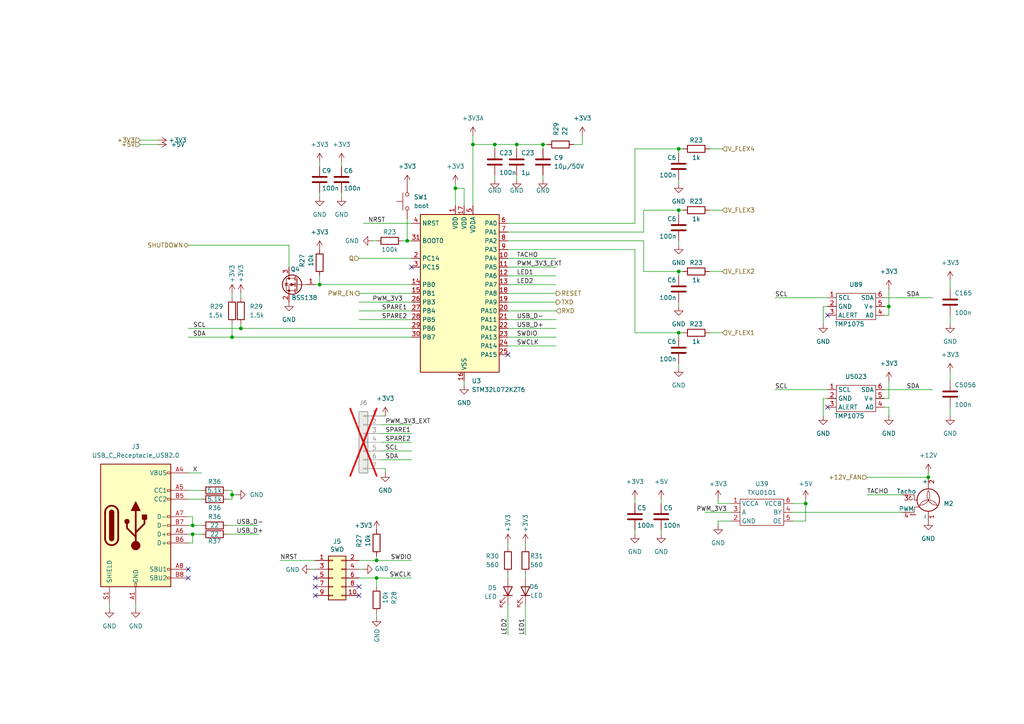
<source format=kicad_sch>
(kicad_sch (version 20231120) (generator "eeschema") (generator_version "8.0")
  (paper "A4")
  (lib_symbols
    (symbol "+3V3_1" (power) (pin_numbers hide) (pin_names (offset 0) hide)
      (property "Value" "+3V3" (at 0 3.556 0))
      (symbol "+3V3_1_1_1"
        (pin power_in line (at 0 0 90) (length 0) (name "~") (number "1"))
      )
    )
    (symbol "+3V3_2" (power) (pin_numbers hide) (pin_names (offset 0) hide)
      (property "Value" "+3V3" (at 0 3.556 0))
      (symbol "+3V3_2_1_1"
        (pin power_in line (at 0 0 90) (length 0) (name "~") (number "1"))
      )
    )
    (symbol "Connector:USB_C_Receptacle_USB2.0" (pin_names (offset 1.016))
      (property "Reference" "J" (at -10.16 19.05 0))
      (property "Value" "USB_C_Receptacle_USB2.0" (at 19.05 19.05 0))
      (symbol "USB_C_Receptacle_USB2.0_1_1"
        (pin passive line (at 0 -22.86 90) (length 5.08) (name "GND") (number "A1"))
        (pin passive line (at 0 -22.86 90) (length 5.08) hide (name "GND") (number "A12"))
        (pin passive line (at 15.24 15.24 180) (length 5.08) (name "VBUS") (number "A4"))
        (pin bidirectional line (at 15.24 10.16 180) (length 5.08) (name "CC1") (number "A5"))
        (pin bidirectional line (at 15.24 -2.54 180) (length 5.08) (name "D+") (number "A6"))
        (pin bidirectional line (at 15.24 2.54 180) (length 5.08) (name "D-") (number "A7"))
        (pin bidirectional line (at 15.24 -12.7 180) (length 5.08) (name "SBU1") (number "A8"))
        (pin passive line (at 15.24 15.24 180) (length 5.08) hide (name "VBUS") (number "A9"))
        (pin passive line (at 0 -22.86 90) (length 5.08) hide (name "GND") (number "B1"))
        (pin passive line (at 0 -22.86 90) (length 5.08) hide (name "GND") (number "B12"))
        (pin passive line (at 15.24 15.24 180) (length 5.08) hide (name "VBUS") (number "B4"))
        (pin bidirectional line (at 15.24 7.62 180) (length 5.08) (name "CC2") (number "B5"))
        (pin bidirectional line (at 15.24 -5.08 180) (length 5.08) (name "D+") (number "B6"))
        (pin bidirectional line (at 15.24 0 180) (length 5.08) (name "D-") (number "B7"))
        (pin bidirectional line (at 15.24 -15.24 180) (length 5.08) (name "SBU2") (number "B8"))
        (pin passive line (at 15.24 15.24 180) (length 5.08) hide (name "VBUS") (number "B9"))
        (pin passive line (at -7.62 -22.86 90) (length 5.08) (name "SHIELD") (number "S1"))
      )
    )
    (symbol "Connector_Generic:Conn_01x07" (pin_names (offset 1.016) hide)
      (property "Reference" "J" (at 0 10.16 0))
      (property "Value" "Conn_01x07" (at 0 -10.16 0))
      (symbol "Conn_01x07_1_1"
        (pin passive line (at -5.08 7.62 0) (length 3.81) (name "Pin_1") (number "1"))
        (pin passive line (at -5.08 5.08 0) (length 3.81) (name "Pin_2") (number "2"))
        (pin passive line (at -5.08 2.54 0) (length 3.81) (name "Pin_3") (number "3"))
        (pin passive line (at -5.08 0 0) (length 3.81) (name "Pin_4") (number "4"))
        (pin passive line (at -5.08 -2.54 0) (length 3.81) (name "Pin_5") (number "5"))
        (pin passive line (at -5.08 -5.08 0) (length 3.81) (name "Pin_6") (number "6"))
        (pin passive line (at -5.08 -7.62 0) (length 3.81) (name "Pin_7") (number "7"))
      )
    )
    (symbol "Device:C" (pin_numbers hide) (pin_names (offset 0.254))
      (property "Reference" "C" (at 0.635 2.54 0))
      (property "Value" "C" (at 0.635 -2.54 0))
      (symbol "C_1_1"
        (pin passive line (at 0 3.81 270) (length 2.794) (name "~") (number "1"))
        (pin passive line (at 0 -3.81 90) (length 2.794) (name "~") (number "2"))
      )
    )
    (symbol "Device:LED" (pin_numbers hide) (pin_names (offset 1.016) hide)
      (property "Reference" "D" (at 0 2.54 0))
      (property "Value" "LED" (at 0 -2.54 0))
      (symbol "LED_1_1"
        (pin passive line (at -3.81 0 0) (length 2.54) (name "K") (number "1"))
        (pin passive line (at 3.81 0 180) (length 2.54) (name "A") (number "2"))
      )
    )
    (symbol "Device:R" (pin_numbers hide) (pin_names (offset 0))
      (property "Reference" "R" (at 2.032 0 90))
      (property "Value" "R" (at 0 0 90))
      (symbol "R_1_1"
        (pin passive line (at 0 3.81 270) (length 1.27) (name "~") (number "1"))
        (pin passive line (at 0 -3.81 90) (length 1.27) (name "~") (number "2"))
      )
    )
    (symbol "GND_1" (power) (pin_names (offset 0))
      (property "Value" "GND_1" (at 0 -3.81 0))
      (symbol "GND_1_1_1"
        (pin power_in line (at 0 0 270) (length 0) hide (name "GND") (number "1"))
      )
    )
    (symbol "GND_2" (power) (pin_numbers hide) (pin_names (offset 0) hide)
      (property "Value" "GND" (at 0 -3.81 0))
      (symbol "GND_2_1_1"
        (pin power_in line (at 0 0 270) (length 0) (name "~") (number "1"))
      )
    )
    (symbol "GND_3" (power) (pin_numbers hide) (pin_names (offset 0) hide)
      (property "Value" "GND" (at 0 -3.81 0))
      (symbol "GND_3_1_1"
        (pin power_in line (at 0 0 270) (length 0) (name "~") (number "1"))
      )
    )
    (symbol "MCU_ST_STM32L0:STM32L052K6Tx"
      (property "Reference" "U" (at -10.16 24.13 0))
      (property "Value" "STM32L052K6Tx" (at 7.62 24.13 0))
      (symbol "STM32L052K6Tx_1_1"
        (pin power_in line (at 0 25.4 270) (length 2.54) (name "VDD") (number "1"))
        (pin bidirectional line (at 15.24 10.16 180) (length 2.54) (name "PA4") (number "10"))
        (pin bidirectional line (at 15.24 7.62 180) (length 2.54) (name "PA5") (number "11"))
        (pin bidirectional line (at 15.24 5.08 180) (length 2.54) (name "PA6") (number "12"))
        (pin bidirectional line (at 15.24 2.54 180) (length 2.54) (name "PA7") (number "13"))
        (pin bidirectional line (at -12.7 2.54 0) (length 2.54) (name "PB0") (number "14"))
        (pin bidirectional line (at -12.7 0 0) (length 2.54) (name "PB1") (number "15"))
        (pin power_in line (at 2.54 -25.4 90) (length 2.54) (name "VSS") (number "16"))
        (pin power_in line (at 2.54 25.4 270) (length 2.54) (name "VDD") (number "17"))
        (pin bidirectional line (at 15.24 0 180) (length 2.54) (name "PA8") (number "18"))
        (pin bidirectional line (at 15.24 -2.54 180) (length 2.54) (name "PA9") (number "19"))
        (pin bidirectional line (at -12.7 10.16 0) (length 2.54) (name "PC14") (number "2"))
        (pin bidirectional line (at 15.24 -5.08 180) (length 2.54) (name "PA10") (number "20"))
        (pin bidirectional line (at 15.24 -7.62 180) (length 2.54) (name "PA11") (number "21"))
        (pin bidirectional line (at 15.24 -10.16 180) (length 2.54) (name "PA12") (number "22"))
        (pin bidirectional line (at 15.24 -12.7 180) (length 2.54) (name "PA13") (number "23"))
        (pin bidirectional line (at 15.24 -15.24 180) (length 2.54) (name "PA14") (number "24"))
        (pin bidirectional line (at 15.24 -17.78 180) (length 2.54) (name "PA15") (number "25"))
        (pin bidirectional line (at -12.7 -2.54 0) (length 2.54) (name "PB3") (number "26"))
        (pin bidirectional line (at -12.7 -5.08 0) (length 2.54) (name "PB4") (number "27"))
        (pin bidirectional line (at -12.7 -7.62 0) (length 2.54) (name "PB5") (number "28"))
        (pin bidirectional line (at -12.7 -10.16 0) (length 2.54) (name "PB6") (number "29"))
        (pin bidirectional line (at -12.7 7.62 0) (length 2.54) (name "PC15") (number "3"))
        (pin bidirectional line (at -12.7 -12.7 0) (length 2.54) (name "PB7") (number "30"))
        (pin input line (at -12.7 15.24 0) (length 2.54) (name "BOOT0") (number "31"))
        (pin passive line (at 2.54 -25.4 90) (length 2.54) hide (name "VSS") (number "32"))
        (pin input line (at -12.7 20.32 0) (length 2.54) (name "NRST") (number "4"))
        (pin power_in line (at 5.08 25.4 270) (length 2.54) (name "VDDA") (number "5"))
        (pin bidirectional line (at 15.24 20.32 180) (length 2.54) (name "PA0") (number "6"))
        (pin bidirectional line (at 15.24 17.78 180) (length 2.54) (name "PA1") (number "7"))
        (pin bidirectional line (at 15.24 15.24 180) (length 2.54) (name "PA2") (number "8"))
        (pin bidirectional line (at 15.24 12.7 180) (length 2.54) (name "PA3") (number "9"))
      )
    )
    (symbol "Motor:Fan_4pin" (pin_names (offset 0))
      (property "Reference" "M" (at 2.54 5.08 0))
      (property "Value" "Fan_4pin" (at 2.54 -2.54 0))
      (symbol "Fan_4pin_1_1"
        (pin passive line (at 0 -5.08 90) (length 2.54) (name "-") (number "1"))
        (pin passive line (at 0 7.62 270) (length 2.54) (name "+") (number "2"))
        (pin passive line (at -7.62 2.54 0) (length 2.54) (name "Tacho") (number "3"))
        (pin input line (at -7.62 -2.54 0) (length 2.54) (name "PWM") (number "4"))
      )
    )
    (symbol "Switch:SW_Push" (pin_numbers hide) (pin_names (offset 1.016) hide)
      (property "Reference" "SW" (at 1.27 2.54 0))
      (property "Value" "SW_Push" (at 0 -1.524 0))
      (symbol "SW_Push_0_1"
        (pin passive line (at -5.08 0 0) (length 2.54) (name "1") (number "1"))
        (pin passive line (at 5.08 0 180) (length 2.54) (name "2") (number "2"))
      )
    )
    (symbol "Transistor_FET:BSS138" (pin_names hide)
      (property "Reference" "Q" (at 5.08 1.905 0))
      (property "Value" "BSS138" (at 5.08 0 0))
      (symbol "BSS138_1_1"
        (pin input line (at -5.08 0 0) (length 2.54) (name "G") (number "1"))
        (pin passive line (at 2.54 -5.08 90) (length 2.54) (name "S") (number "2"))
        (pin passive line (at 2.54 5.08 270) (length 2.54) (name "D") (number "3"))
      )
    )
    (symbol "clock-rescue:R" (pin_numbers hide) (pin_names (offset 0))
      (property "Reference" "R" (at 2.032 0 90))
      (property "Value" "R" (at 0 0 90))
      (symbol "R_1_1"
        (pin passive line (at 0 3.81 270) (length 1.27) (name "~") (number "1"))
        (pin passive line (at 0 -3.81 90) (length 1.27) (name "~") (number "2"))
      )
    )
    (symbol "dwc-hat-rescue:+3V3-power" (power) (pin_names (offset 0))
      (property "Value" "+3V3-power" (at 0 3.556 0))
      (symbol "+3V3-power_1_1"
        (pin power_in line (at 0 0 90) (length 0) hide (name "+3V3") (number "1"))
      )
    )
    (symbol "dwc-hat-rescue:Conn_02x05_Odd_Even-Connector_Generic" (pin_names (offset 1.016) hide)
      (property "Reference" "J" (at 1.27 7.62 0))
      (property "Value" "Connector_Generic_Conn_02x05_Odd_Even" (at 1.27 -7.62 0))
      (symbol "Conn_02x05_Odd_Even-Connector_Generic_1_1"
        (pin passive line (at -5.08 5.08 0) (length 3.81) (name "Pin_1") (number "1"))
        (pin passive line (at 7.62 -5.08 180) (length 3.81) (name "Pin_10") (number "10"))
        (pin passive line (at 7.62 5.08 180) (length 3.81) (name "Pin_2") (number "2"))
        (pin passive line (at -5.08 2.54 0) (length 3.81) (name "Pin_3") (number "3"))
        (pin passive line (at 7.62 2.54 180) (length 3.81) (name "Pin_4") (number "4"))
        (pin passive line (at -5.08 0 0) (length 3.81) (name "Pin_5") (number "5"))
        (pin passive line (at 7.62 0 180) (length 3.81) (name "Pin_6") (number "6"))
        (pin passive line (at -5.08 -2.54 0) (length 3.81) (name "Pin_7") (number "7"))
        (pin passive line (at 7.62 -2.54 180) (length 3.81) (name "Pin_8") (number "8"))
        (pin passive line (at -5.08 -5.08 0) (length 3.81) (name "Pin_9") (number "9"))
      )
    )
    (symbol "dwc-hat-rescue:GND-power" (power) (pin_names (offset 0))
      (property "Value" "GND-power" (at 0 -3.81 0))
      (symbol "GND-power_1_1"
        (pin power_in line (at 0 0 270) (length 0) hide (name "GND") (number "1"))
      )
    )
    (symbol "dwc-hat-rescue:R-Device" (pin_numbers hide) (pin_names (offset 0))
      (property "Reference" "R" (at 2.032 0 90))
      (property "Value" "Device_R" (at 0 0 90))
      (symbol "R-Device_1_1"
        (pin passive line (at 0 3.81 270) (length 1.27) (name "~") (number "1"))
        (pin passive line (at 0 -3.81 90) (length 1.27) (name "~") (number "2"))
      )
    )
    (symbol "mylib7:+3V3A" (power) (pin_names (offset 0))
      (property "Value" "+3V3A" (at 0 3.556 0))
      (symbol "+3V3A_1_1"
        (pin power_in line (at 0 0 90) (length 0) hide (name "+3V3A") (number "1"))
      )
    )
    (symbol "mylib7:TMP1075-DRL-SOT563"
      (property "Reference" "U" (at -5.08 5.08 0))
      (symbol "TMP1075-DRL-SOT563_1_1"
        (pin open_collector line (at -8.89 2.54 0) (length 2.54) (name "SCL") (number "1"))
        (pin power_in line (at -8.89 0 0) (length 2.54) (name "GND") (number "2"))
        (pin open_collector line (at -8.89 -2.54 0) (length 2.54) (name "ALERT") (number "3"))
        (pin input line (at 7.62 -2.54 180) (length 2.54) (name "A0") (number "4"))
        (pin power_in line (at 7.62 0 180) (length 2.54) (name "V+") (number "5"))
        (pin open_collector line (at 7.62 2.54 180) (length 2.54) (name "SDA") (number "6"))
      )
    )
    (symbol "mylib7:TXU0101DCK"
      (property "Reference" "U" (at -5.08 5.08 0))
      (property "Value" "TXU0101" (at -1.27 -5.08 0))
      (symbol "TXU0101DCK_1_1"
        (pin power_in line (at -8.89 2.54 0) (length 2.54) (name "VCCA") (number "1"))
        (pin power_in line (at -8.89 -2.54 0) (length 2.54) (name "GND") (number "2"))
        (pin input line (at -8.89 0 0) (length 2.54) (name "A") (number "3"))
        (pin output line (at 8.89 0 180) (length 2.54) (name "BY") (number "4"))
        (pin input line (at 8.89 -2.54 180) (length 2.54) (name "OE") (number "5"))
        (pin power_in line (at 8.89 2.54 180) (length 2.54) (name "VCCB") (number "6"))
      )
    )
    (symbol "power:+12V" (power) (pin_numbers hide) (pin_names (offset 0) hide)
      (property "Value" "+12V" (at 0 3.556 0))
      (symbol "+12V_1_1"
        (pin power_in line (at 0 0 90) (length 0) (name "~") (number "1"))
      )
    )
    (symbol "power:+3V3" (power) (pin_names (offset 0))
      (property "Value" "+3V3" (at 0 3.556 0))
      (symbol "+3V3_1_1"
        (pin power_in line (at 0 0 90) (length 0) hide (name "+3V3") (number "1"))
      )
    )
    (symbol "power:+5V" (power) (pin_names (offset 0))
      (property "Value" "+5V" (at 0 3.556 0))
      (symbol "+5V_1_1"
        (pin power_in line (at 0 0 90) (length 0) hide (name "+5V") (number "1"))
      )
    )
    (symbol "power:GND" (power) (pin_names (offset 0))
      (property "Value" "GND" (at 0 -3.81 0))
      (symbol "GND_1_1"
        (pin power_in line (at 0 0 270) (length 0) hide (name "GND") (number "1"))
      )
    )
    (symbol "vfd1-rescue:C" (pin_numbers hide) (pin_names (offset 0.254))
      (property "Reference" "C" (at 0.635 2.54 0))
      (property "Value" "C" (at 0.635 -2.54 0))
      (symbol "C_1_1"
        (pin passive line (at 0 3.81 270) (length 2.794) (name "~") (number "1"))
        (pin passive line (at 0 -3.81 90) (length 2.794) (name "~") (number "2"))
      )
    )
  )
  (junction (at 92.71 82.55))
  (junction (at 196.85 78.74))
  (junction (at 269.24 138.43))
  (junction (at 55.88 152.4))
  (junction (at 69.85 95.25))
  (junction (at 196.85 43.18))
  (junction (at 149.86 41.91))
  (junction (at 55.88 154.94))
  (junction (at 137.16 41.91))
  (junction (at 257.81 88.9))
  (junction (at 233.68 146.05))
  (junction (at 196.85 96.52))
  (junction (at 143.51 41.91))
  (junction (at 109.22 162.56))
  (junction (at 157.48 41.91))
  (junction (at 109.22 167.64))
  (junction (at 132.08 54.61))
  (junction (at 196.85 60.96))
  (junction (at 67.31 97.79))
  (junction (at 67.31 143.51))
  (junction (at 118.11 69.85))
  (no_connect (at 54.61 167.64))
  (no_connect (at 91.44 172.72))
  (no_connect (at 240.03 91.44))
  (no_connect (at 119.38 77.47))
  (no_connect (at 91.44 170.18))
  (no_connect (at 104.14 172.72))
  (no_connect (at 240.03 118.11))
  (no_connect (at 104.14 170.18))
  (no_connect (at 54.61 165.1))
  (no_connect (at 91.44 167.64))
  (no_connect (at 147.32 102.87))
  (wire (pts (xy 137.16 41.91) (xy 137.16 59.69)))
  (wire (pts (xy 229.87 146.05) (xy 233.68 146.05)))
  (wire (pts (xy 257.81 88.9) (xy 257.81 91.44)))
  (wire (pts (xy 238.76 115.57) (xy 238.76 120.65)))
  (wire (pts (xy 69.85 93.98) (xy 69.85 95.25)))
  (wire (pts (xy 191.77 153.67) (xy 191.77 154.94)))
  (wire (pts (xy 116.84 69.85) (xy 118.11 69.85)))
  (wire (pts (xy 54.61 144.78) (xy 58.42 144.78)))
  (wire (pts (xy 66.04 142.24) (xy 67.31 142.24)))
  (wire (pts (xy 184.15 43.18) (xy 184.15 64.77)))
  (wire (pts (xy 191.77 144.78) (xy 191.77 146.05)))
  (wire (pts (xy 110.49 133.35) (xy 119.38 133.35)))
  (wire (pts (xy 275.59 118.11) (xy 275.59 120.65)))
  (wire (pts (xy 147.32 74.93) (xy 161.29 74.93)))
  (wire (pts (xy 92.71 82.55) (xy 119.38 82.55)))
  (wire (pts (xy 184.15 72.39) (xy 184.15 96.52)))
  (wire (pts (xy 196.85 43.18) (xy 196.85 44.45)))
  (wire (pts (xy 208.28 151.13) (xy 212.09 151.13)))
  (wire (pts (xy 132.08 53.34) (xy 132.08 54.61)))
  (wire (pts (xy 157.48 41.91) (xy 157.48 43.18)))
  (wire (pts (xy 233.68 151.13) (xy 233.68 146.05)))
  (wire (pts (xy 269.24 137.16) (xy 269.24 138.43)))
  (wire (pts (xy 186.69 60.96) (xy 186.69 67.31)))
  (wire (pts (xy 147.32 85.09) (xy 161.29 85.09)))
  (wire (pts (xy 105.41 165.1) (xy 104.14 165.1)))
  (wire (pts (xy 118.11 69.85) (xy 119.38 69.85)))
  (wire (pts (xy 67.31 144.78) (xy 66.04 144.78)))
  (wire (pts (xy 147.32 95.25) (xy 161.29 95.25)))
  (wire (pts (xy 104.14 85.09) (xy 119.38 85.09)))
  (wire (pts (xy 55.88 152.4) (xy 58.42 152.4)))
  (wire (pts (xy 147.32 97.79) (xy 161.29 97.79)))
  (wire (pts (xy 104.14 90.17) (xy 119.38 90.17)))
  (wire (pts (xy 205.74 78.74) (xy 209.55 78.74)))
  (wire (pts (xy 256.54 86.36) (xy 270.51 86.36)))
  (wire (pts (xy 81.28 162.56) (xy 91.44 162.56)))
  (wire (pts (xy 149.86 41.91) (xy 157.48 41.91)))
  (wire (pts (xy 107.95 69.85) (xy 109.22 69.85)))
  (wire (pts (xy 147.32 92.71) (xy 161.29 92.71)))
  (wire (pts (xy 134.62 110.49) (xy 134.62 111.76)))
  (wire (pts (xy 109.22 162.56) (xy 104.14 162.56)))
  (wire (pts (xy 147.32 64.77) (xy 184.15 64.77)))
  (wire (pts (xy 224.79 86.36) (xy 240.03 86.36)))
  (wire (pts (xy 67.31 93.98) (xy 67.31 97.79)))
  (wire (pts (xy 31.75 175.26) (xy 31.75 176.53)))
  (wire (pts (xy 196.85 87.63) (xy 196.85 88.9)))
  (wire (pts (xy 109.22 161.29) (xy 109.22 162.56)))
  (wire (pts (xy 147.32 80.01) (xy 161.29 80.01)))
  (wire (pts (xy 55.88 149.86) (xy 55.88 152.4)))
  (wire (pts (xy 256.54 88.9) (xy 257.81 88.9)))
  (wire (pts (xy 147.32 157.48) (xy 147.32 158.75)))
  (wire (pts (xy 205.74 96.52) (xy 209.55 96.52)))
  (wire (pts (xy 104.14 87.63) (xy 119.38 87.63)))
  (wire (pts (xy 257.81 88.9) (xy 257.81 83.82)))
  (wire (pts (xy 257.81 115.57) (xy 257.81 110.49)))
  (wire (pts (xy 198.12 60.96) (xy 196.85 60.96)))
  (wire (pts (xy 92.71 80.01) (xy 92.71 82.55)))
  (wire (pts (xy 67.31 85.09) (xy 67.31 86.36)))
  (wire (pts (xy 275.59 107.95) (xy 275.59 110.49)))
  (wire (pts (xy 238.76 88.9) (xy 238.76 93.98)))
  (wire (pts (xy 149.86 50.8) (xy 149.86 52.07)))
  (wire (pts (xy 147.32 72.39) (xy 184.15 72.39)))
  (wire (pts (xy 147.32 175.26) (xy 147.32 184.15)))
  (wire (pts (xy 69.85 85.09) (xy 69.85 86.36)))
  (wire (pts (xy 92.71 46.99) (xy 92.71 48.26)))
  (wire (pts (xy 152.4 166.37) (xy 152.4 167.64)))
  (wire (pts (xy 39.37 175.26) (xy 39.37 176.53)))
  (wire (pts (xy 186.69 78.74) (xy 196.85 78.74)))
  (wire (pts (xy 143.51 50.8) (xy 143.51 52.07)))
  (wire (pts (xy 92.71 55.88) (xy 92.71 57.15)))
  (wire (pts (xy 99.06 55.88) (xy 99.06 57.15)))
  (wire (pts (xy 147.32 77.47) (xy 161.29 77.47)))
  (wire (pts (xy 196.85 78.74) (xy 196.85 80.01)))
  (wire (pts (xy 105.41 64.77) (xy 119.38 64.77)))
  (wire (pts (xy 198.12 78.74) (xy 196.85 78.74)))
  (wire (pts (xy 149.86 41.91) (xy 149.86 43.18)))
  (wire (pts (xy 186.69 60.96) (xy 196.85 60.96)))
  (wire (pts (xy 119.38 167.64) (xy 109.22 167.64)))
  (wire (pts (xy 143.51 41.91) (xy 143.51 43.18)))
  (wire (pts (xy 157.48 50.8) (xy 157.48 52.07)))
  (wire (pts (xy 198.12 96.52) (xy 196.85 96.52)))
  (wire (pts (xy 67.31 97.79) (xy 119.38 97.79)))
  (wire (pts (xy 55.88 157.48) (xy 54.61 157.48)))
  (wire (pts (xy 110.49 128.27) (xy 119.38 128.27)))
  (wire (pts (xy 66.04 154.94) (xy 74.93 154.94)))
  (wire (pts (xy 109.22 167.64) (xy 104.14 167.64)))
  (wire (pts (xy 109.22 177.8) (xy 109.22 179.07)))
  (wire (pts (xy 143.51 41.91) (xy 149.86 41.91)))
  (wire (pts (xy 147.32 67.31) (xy 186.69 67.31)))
  (wire (pts (xy 110.49 125.73) (xy 119.38 125.73)))
  (wire (pts (xy 134.62 54.61) (xy 132.08 54.61)))
  (wire (pts (xy 257.81 118.11) (xy 257.81 120.65)))
  (wire (pts (xy 147.32 166.37) (xy 147.32 167.64)))
  (wire (pts (xy 111.76 135.89) (xy 111.76 137.16)))
  (wire (pts (xy 196.85 96.52) (xy 196.85 97.79)))
  (wire (pts (xy 147.32 82.55) (xy 161.29 82.55)))
  (wire (pts (xy 137.16 41.91) (xy 143.51 41.91)))
  (wire (pts (xy 275.59 91.44) (xy 275.59 93.98)))
  (wire (pts (xy 184.15 43.18) (xy 196.85 43.18)))
  (wire (pts (xy 196.85 52.07) (xy 196.85 53.34)))
  (wire (pts (xy 69.85 95.25) (xy 119.38 95.25)))
  (wire (pts (xy 186.69 69.85) (xy 186.69 78.74)))
  (wire (pts (xy 99.06 46.99) (xy 99.06 48.26)))
  (wire (pts (xy 184.15 144.78) (xy 184.15 146.05)))
  (wire (pts (xy 104.14 74.93) (xy 119.38 74.93)))
  (wire (pts (xy 40.64 41.91) (xy 45.72 41.91)))
  (wire (pts (xy 198.12 43.18) (xy 196.85 43.18)))
  (wire (pts (xy 251.46 138.43) (xy 269.24 138.43)))
  (wire (pts (xy 229.87 151.13) (xy 233.68 151.13)))
  (wire (pts (xy 240.03 88.9) (xy 238.76 88.9)))
  (wire (pts (xy 118.11 63.5) (xy 118.11 69.85)))
  (wire (pts (xy 54.61 97.79) (xy 67.31 97.79)))
  (wire (pts (xy 224.79 113.03) (xy 240.03 113.03)))
  (wire (pts (xy 55.88 152.4) (xy 54.61 152.4)))
  (wire (pts (xy 134.62 54.61) (xy 134.62 59.69)))
  (wire (pts (xy 257.81 118.11) (xy 256.54 118.11)))
  (wire (pts (xy 196.85 105.41) (xy 196.85 106.68)))
  (wire (pts (xy 54.61 95.25) (xy 69.85 95.25)))
  (wire (pts (xy 196.85 69.85) (xy 196.85 71.12)))
  (wire (pts (xy 152.4 175.26) (xy 152.4 184.15)))
  (wire (pts (xy 67.31 143.51) (xy 67.31 144.78)))
  (wire (pts (xy 54.61 149.86) (xy 55.88 149.86)))
  (wire (pts (xy 147.32 90.17) (xy 161.29 90.17)))
  (wire (pts (xy 109.22 170.18) (xy 109.22 167.64)))
  (wire (pts (xy 257.81 91.44) (xy 256.54 91.44)))
  (wire (pts (xy 147.32 69.85) (xy 186.69 69.85)))
  (wire (pts (xy 208.28 144.78) (xy 208.28 146.05)))
  (wire (pts (xy 40.64 40.64) (xy 45.72 40.64)))
  (wire (pts (xy 110.49 130.81) (xy 119.38 130.81)))
  (wire (pts (xy 205.74 43.18) (xy 209.55 43.18)))
  (wire (pts (xy 110.49 135.89) (xy 111.76 135.89)))
  (wire (pts (xy 55.88 154.94) (xy 55.88 157.48)))
  (wire (pts (xy 168.91 39.37) (xy 168.91 41.91)))
  (wire (pts (xy 208.28 152.4) (xy 208.28 151.13)))
  (wire (pts (xy 110.49 123.19) (xy 119.38 123.19)))
  (wire (pts (xy 67.31 142.24) (xy 67.31 143.51)))
  (wire (pts (xy 233.68 146.05) (xy 233.68 144.78)))
  (wire (pts (xy 184.15 153.67) (xy 184.15 154.94)))
  (wire (pts (xy 90.17 165.1) (xy 91.44 165.1)))
  (wire (pts (xy 147.32 100.33) (xy 161.29 100.33)))
  (wire (pts (xy 104.14 92.71) (xy 119.38 92.71)))
  (wire (pts (xy 157.48 41.91) (xy 158.75 41.91)))
  (wire (pts (xy 196.85 60.96) (xy 196.85 62.23)))
  (wire (pts (xy 256.54 115.57) (xy 257.81 115.57)))
  (wire (pts (xy 110.49 120.65) (xy 111.76 120.65)))
  (wire (pts (xy 137.16 39.37) (xy 137.16 41.91)))
  (wire (pts (xy 54.61 142.24) (xy 58.42 142.24)))
  (wire (pts (xy 204.47 148.59) (xy 212.09 148.59)))
  (wire (pts (xy 229.87 148.59) (xy 261.62 148.59)))
  (wire (pts (xy 205.74 60.96) (xy 209.55 60.96)))
  (wire (pts (xy 275.59 81.28) (xy 275.59 83.82)))
  (wire (pts (xy 256.54 113.03) (xy 270.51 113.03)))
  (wire (pts (xy 91.44 82.55) (xy 92.71 82.55)))
  (wire (pts (xy 66.04 152.4) (xy 74.93 152.4)))
  (wire (pts (xy 119.38 162.56) (xy 109.22 162.56)))
  (wire (pts (xy 54.61 154.94) (xy 55.88 154.94)))
  (wire (pts (xy 55.88 154.94) (xy 58.42 154.94)))
  (wire (pts (xy 83.82 71.12) (xy 83.82 77.47)))
  (wire (pts (xy 208.28 146.05) (xy 212.09 146.05)))
  (wire (pts (xy 54.61 137.16) (xy 58.42 137.16)))
  (wire (pts (xy 67.31 143.51) (xy 68.58 143.51)))
  (wire (pts (xy 54.61 71.12) (xy 83.82 71.12)))
  (wire (pts (xy 251.46 143.51) (xy 261.62 143.51)))
  (wire (pts (xy 168.91 41.91) (xy 166.37 41.91)))
  (wire (pts (xy 132.08 54.61) (xy 132.08 59.69)))
  (wire (pts (xy 147.32 87.63) (xy 161.29 87.63)))
  (wire (pts (xy 152.4 157.48) (xy 152.4 158.75)))
  (wire (pts (xy 184.15 96.52) (xy 196.85 96.52)))
  (wire (pts (xy 240.03 115.57) (xy 238.76 115.57)))
  (label "SWCLK" (at 119.38 167.64 180))
  (label "SWDIO" (at 119.38 162.56 180))
  (label "PWM_3V3_EXT" (at 149.86 77.47 0))
  (label "SPARE1" (at 111.76 125.73 0))
  (label "SPARE1" (at 118.11 90.17 180))
  (label "SWDIO" (at 149.86 97.79 0))
  (label "USB_D-" (at 149.86 92.71 0))
  (label "USB_D-" (at 68.58 152.4 0))
  (label "PWM_3V3" (at 116.84 87.63 180))
  (label "SWCLK" (at 149.86 100.33 0))
  (label "USB_D+" (at 68.58 154.94 0))
  (label "SDA" (at 266.7 86.36 180))
  (label "X" (at 55.88 137.16 0))
  (label "SCL" (at 224.79 113.03 0))
  (label "LED1" (at 149.86 80.01 0))
  (label "LED2" (at 147.32 184.15 90))
  (label "SDA" (at 266.7 113.03 180))
  (label "SDA" (at 111.76 133.35 0))
  (label "TACHO" (at 251.46 143.51 0))
  (label "NRST" (at 81.28 162.56 0))
  (label "LED2" (at 149.86 82.55 0))
  (label "SCL" (at 59.69 95.25 180))
  (label "SCL" (at 224.79 86.36 0))
  (label "NRST" (at 111.76 64.77 180))
  (label "SDA" (at 59.69 97.79 180))
  (label "TACHO" (at 149.86 74.93 0))
  (label "PWM_3V3_EXT" (at 111.76 123.19 0))
  (label "PWM_3V3" (at 210.82 148.59 180))
  (label "SPARE2" (at 111.76 128.27 0))
  (label "SCL" (at 111.76 130.81 0))
  (label "SPARE2" (at 118.11 92.71 180))
  (label "USB_D+" (at 149.86 95.25 0))
  (label "LED1" (at 152.4 184.15 90))
  (hierarchical_label "V_FLEX1" (shape input) (at 209.55 96.52 0))
  (hierarchical_label "+5V" (shape input) (at 40.64 41.91 180))
  (hierarchical_label "RESET" (shape output) (at 161.29 85.09 0))
  (hierarchical_label "Q" (shape input) (at 104.14 74.93 180))
  (hierarchical_label "PWR_EN" (shape output) (at 104.14 85.09 180))
  (hierarchical_label "V_FLEX4" (shape input) (at 209.55 43.18 0))
  (hierarchical_label "TXD" (shape output) (at 161.29 87.63 0))
  (hierarchical_label "V_FLEX3" (shape input) (at 209.55 60.96 0))
  (hierarchical_label "V_FLEX2" (shape input) (at 209.55 78.74 0))
  (hierarchical_label "+3V3" (shape input) (at 40.64 40.64 180))
  (hierarchical_label "RXD" (shape input) (at 161.29 90.17 0))
  (hierarchical_label "+12V_FAN" (shape input) (at 251.46 138.43 180))
  (hierarchical_label "SHUTDOWN" (shape bidirectional) (at 54.61 71.12 180))
  (symbol (lib_id "power:+3V3") (at 45.72 40.64 270) (unit 1)
    (property "Reference" "#PWR038" (effects (hide yes)))
    (property "Value" "+3V3" (at 48.895 40.64 90) (effects (justify left)))
    (instances (project "vfd-night-projector-clock" (path "" (reference "#PWR038") (unit 1))) (project "pi" (path "" (reference "#PWR020") (unit 1))) (project "8]axe" (path "" (reference "#PWR092") (unit 1))) (project "flex" (path "" (reference "#PWR020") (unit 1))))
  )
  (symbol (lib_id "power:+3V3") (at 118.11 53.34 0) (mirror y) (unit 1)
    (property "Reference" "#PWR038" (effects (hide yes)))
    (property "Value" "+3V3" (at 118.11 48.26 0))
    (instances (project "vfd-night-projector-clock" (path "" (reference "#PWR038") (unit 1))) (project "pi" (path "" (reference "#PWR020") (unit 1))) (project "eload" (path "" (reference "#PWR016") (unit 1))) (project "8]axe" (path "" (reference "#PWR0108") (unit 1))))
  )
  (symbol (lib_id "Device:C") (at 149.86 46.99 0) (unit 1)
    (property "Reference" "C23" (at 151.13 45.085 0) (effects (justify left bottom)))
    (property "Value" "1µ" (at 151.13 50.8 0) (effects (justify left bottom)))
    (property "Footprint" "Capacitor_SMD:C_0805_2012Metric" (effects (hide yes)))
    (instances (project "pi" (path "" (reference "C23") (unit 1))) (project "eload" (path "" (reference "C14") (unit 1))) (project "8]axe" (path "" (reference "C29") (unit 1))))
  )
  (symbol (lib_id "power:GND") (at 196.85 88.9 0) (unit 1)
    (property "Reference" "#PWR0124" (effects (hide yes)))
    (property "Value" "GND" (at 196.85 93.98 0))
  )
  (symbol (lib_id "clock-rescue:R") (at 62.23 154.94 270) (unit 1)
    (property "Reference" "R37" (at 62.23 156.972 90))
    (property "Value" "22" (at 62.23 154.94 90))
    (property "Footprint" "Resistor_SMD:R_0805_2012Metric" (effects (hide yes)))
    (instances (project "clockmicro" (path "" (reference "R37") (unit 1))) (project "fanpi" (path "" (reference "R20") (unit 1))) (project "vfd-night-projector-clock" (path "" (reference "R28") (unit 1))) (project "pi" (path "" (reference "R2") (unit 1))) (project "8]axe" (path "" (reference "R22") (unit 1))))
  )
  (symbol (lib_name "GND_2") (lib_id "power:GND") (at 238.76 120.65 0) (unit 1)
    (property "Reference" "#PWR0133" (effects (hide yes)))
    (property "Value" "GND" (at 238.76 125.73 0))
    (property "Description" "Power symbol creates a global label with name \"GND\" , ground" (effects (hide yes)))
  )
  (symbol (lib_id "dwc-hat-rescue:GND-power") (at 90.17 165.1 270) (unit 1)
    (property "Reference" "#PWR011" (effects (hide yes)))
    (property "Value" "GND" (at 86.9188 165.227 90) (effects (justify right)))
    (instances (project "dwc-hat" (path "" (reference "#PWR011") (unit 1))) (project "fanpi" (path "" (reference "#PWR011") (unit 1))) (project "vfd-night-projector-clock" (path "" (reference "#PWR041") (unit 1))) (project "pi" (path "" (reference "#PWR02") (unit 1))) (project "8]axe" (path "" (reference "#PWR098") (unit 1))) (project "flex" (path "" (reference "#PWR01") (unit 1))))
  )
  (symbol (lib_id "mylib7:TMP1075-DRL-SOT563") (at 248.92 88.9 0) (unit 1)
    (property "Reference" "U89" (at 248.285 82.55 0))
    (property "Value" "TMP1075" (at 246.38 93.98 0))
    (property "Footprint" "myfootprints:TMP1075-DRL" (effects (hide yes)))
    (property "Distributor" "D" (effects (hide yes)))
    (property "Manufacturer" "TMP1075NDRLR" (effects (hide yes)))
    (property "OrderNr" "296-TMP1075NDRLRCT-ND" (effects (hide yes)))
  )
  (symbol (lib_id "power:+3V3") (at 208.28 144.78 0) (unit 1)
    (property "Reference" "#PWR0204" (effects (hide yes)))
    (property "Value" "+3V3" (at 208.28 140.335 0))
    (instances (project "pi" (path "" (reference "#PWR0204") (unit 1))) (project "8]axe" (path "" (reference "#PWR0126") (unit 1))) (project "flex" (path "" (reference "#PWR03") (unit 1))))
  )
  (symbol (lib_id "power:GND") (at 196.85 71.12 0) (unit 1)
    (property "Reference" "#PWR0123" (effects (hide yes)))
    (property "Value" "GND" (at 196.85 76.2 0))
  )
  (symbol (lib_id "power:GND") (at 149.86 52.07 0) (unit 1)
    (property "Reference" "#PWR045" (effects (hide yes)))
    (property "Value" "GND" (at 149.86 55.245 0))
    (instances (project "eload" (path "" (reference "#PWR045") (unit 1))) (project "8]axe" (path "" (reference "#PWR0114") (unit 1))))
  )
  (symbol (lib_name "+3V3_1") (lib_id "power:+3V3") (at 257.81 110.49 0) (unit 1)
    (property "Reference" "#PWR0132" (effects (hide yes)))
    (property "Value" "+3V3" (at 257.81 105.41 0))
    (property "Description" "Power symbol creates a global label with name \"+3V3\"" (effects (hide yes)))
  )
  (symbol (lib_id "power:GND") (at 31.75 176.53 0) (unit 1)
    (property "Reference" "#PWR090" (effects (hide yes)))
    (property "Value" "GND" (at 31.75 181.61 0))
  )
  (symbol (lib_id "dwc-hat-rescue:GND-power") (at 109.22 179.07 0) (unit 1)
    (property "Reference" "#PWR013" (effects (hide yes)))
    (property "Value" "GND" (at 109.347 182.3212 90) (effects (justify right)))
    (instances (project "dwc-hat" (path "" (reference "#PWR013") (unit 1))) (project "fanpi" (path "" (reference "#PWR015") (unit 1))) (project "vfd-night-projector-clock" (path "" (reference "#PWR043") (unit 1))) (project "pi" (path "" (reference "#PWR06") (unit 1))) (project "8]axe" (path "" (reference "#PWR0107") (unit 1))) (project "flex" (path "" (reference "#PWR08") (unit 1))))
  )
  (symbol (lib_id "vfd1-rescue:C") (at 99.06 52.07 0) (unit 1)
    (property "Reference" "C6" (at 99.695 49.53 0) (effects (justify left)))
    (property "Value" "100n" (at 99.695 54.61 0) (effects (justify left)))
    (property "Footprint" "Capacitor_SMD:C_0805_2012Metric" (effects (hide yes)))
    (instances (project "vfd-night-projector-clock" (path "" (reference "C6") (unit 1))) (project "pi" (path "" (reference "C4") (unit 1))) (project "8]axe" (path "" (reference "C27") (unit 1))) (project "flex" (path "" (reference "C2") (unit 1))))
  )
  (symbol (lib_id "power:GND") (at 99.06 57.15 0) (unit 1)
    (property "Reference" "#PWR052" (effects (hide yes)))
    (property "Value" "GND" (at 99.06 62.23 0))
    (instances (project "vfd-night-projector-clock" (path "" (reference "#PWR052") (unit 1))) (project "pi" (path "" (reference "#PWR015") (unit 1))) (project "8]axe" (path "" (reference "#PWR0103") (unit 1))) (project "flex" (path "" (reference "#PWR016") (unit 1))))
  )
  (symbol (lib_id "Device:R") (at 152.4 162.56 0) (unit 1)
    (property "Reference" "R31" (at 153.67 161.29 0) (effects (justify left)))
    (property "Value" "560" (at 153.67 163.83 0) (effects (justify left)))
    (property "Footprint" "Resistor_SMD:R_0805_2012Metric" (effects (hide yes)))
    (instances (project "pi" (path "" (reference "R31") (unit 1))) (project "8]axe" (path "" (reference "R30") (unit 1))) (project "flex" (path "" (reference "R6") (unit 1))))
  )
  (symbol (lib_id "Switch:SW_Push") (at 118.11 58.42 90) (unit 1)
    (property "Reference" "SW1" (at 120.015 57.15 90) (effects (justify right)))
    (property "Value" "boot" (at 120.015 59.69 90) (effects (justify right)))
    (property "Footprint" "Button_Switch_SMD:SW_Push_1P1T_NO_CK_KMR2" (effects (hide yes)))
    (property "Distributor" "D" (effects (hide yes)))
    (property "Manufacturer" "KMR231NG ULC LFS" (effects (hide yes)))
    (property "OrderNr" "CKN10284CT-ND" (effects (hide yes)))
  )
  (symbol (lib_id "power:+12V") (at 269.24 137.16 0) (unit 1)
    (property "Reference" "#PWR087" (effects (hide yes)))
    (property "Value" "+12V" (at 269.24 132.08 0))
    (property "Description" "Power symbol creates a global label with name \"+12V\"" (effects (hide yes)))
  )
  (symbol (lib_id "mylib7:+3V3A") (at 137.16 39.37 0) (unit 1)
    (property "Reference" "#PWR031" (effects (hide yes)))
    (property "Value" "+3V3A" (at 137.16 34.29 0))
    (instances (project "eload" (path "" (reference "#PWR031") (unit 1))) (project "8]axe" (path "" (reference "#PWR0111") (unit 1))))
  )
  (symbol (lib_id "power:GND") (at 184.15 154.94 0) (unit 1)
    (property "Reference" "#PWR053" (effects (hide yes)))
    (property "Value" "GND" (at 184.15 160.02 0))
    (instances (project "vfd-night-projector-clock" (path "" (reference "#PWR053") (unit 1))) (project "pi" (path "" (reference "#PWR018") (unit 1))) (project "8]axe" (path "" (reference "#PWR0119") (unit 1))) (project "flex" (path "" (reference "#PWR018") (unit 1))))
  )
  (symbol (lib_id "Device:C") (at 157.48 46.99 0) (unit 1)
    (property "Reference" "C9" (at 160.655 45.72 0) (effects (justify left)))
    (property "Value" "10µ/50V" (at 160.655 48.26 0) (effects (justify left)))
    (property "Footprint" "Capacitor_SMD:C_1206_3216Metric" (effects (hide yes)))
    (instances (project "eload" (path "" (reference "C9") (unit 1))) (project "8]axe" (path "" (reference "C30") (unit 1))))
  )
  (symbol (lib_id "power:GND") (at 68.58 143.51 90) (unit 1)
    (property "Reference" "#PWR095" (effects (hide yes)))
    (property "Value" "GND" (at 72.39 143.51 90) (effects (justify right)))
  )
  (symbol (lib_id "vfd1-rescue:C") (at 184.15 149.86 0) (unit 1)
    (property "Reference" "C5" (at 184.785 147.32 0) (effects (justify left)))
    (property "Value" "100n" (at 184.785 152.4 0) (effects (justify left)))
    (property "Footprint" "Capacitor_SMD:C_0805_2012Metric" (effects (hide yes)))
    (instances (project "vfd-night-projector-clock" (path "" (reference "C5") (unit 1))) (project "pi" (path "" (reference "C5") (unit 1))) (project "8]axe" (path "" (reference "C31") (unit 1))) (project "flex" (path "" (reference "C3") (unit 1))))
  )
  (symbol (lib_id "Device:R") (at 201.93 78.74 90) (unit 1)
    (property "Reference" "R23" (at 201.93 76.2 90))
    (property "Value" "1k" (at 201.93 81.28 90))
    (property "Footprint" "Resistor_SMD:R_0805_2012Metric" (effects (hide yes)))
    (instances (project "vfd-night-projector-clock" (path "" (reference "R23") (unit 1))) (project "pi" (path "" (reference "R5") (unit 1))) (project "8]axe" (path "" (reference "R34") (unit 1))) (project "flex" (path "" (reference "R8") (unit 1))))
  )
  (symbol (lib_name "+3V3_1") (lib_id "power:+3V3") (at 275.59 81.28 0) (unit 1)
    (property "Reference" "#PWR0504" (effects (hide yes)))
    (property "Value" "+3V3" (at 275.59 76.2 0))
    (property "Description" "Power symbol creates a global label with name \"+3V3\"" (effects (hide yes)))
  )
  (symbol (lib_id "power:+3V3") (at 99.06 46.99 0) (unit 1)
    (property "Reference" "#PWR049" (effects (hide yes)))
    (property "Value" "+3V3" (at 99.06 41.91 0))
    (instances (project "vfd-night-projector-clock" (path "" (reference "#PWR049") (unit 1))) (project "pi" (path "" (reference "#PWR014") (unit 1))) (project "8]axe" (path "" (reference "#PWR0102") (unit 1))) (project "flex" (path "" (reference "#PWR014") (unit 1))))
  )
  (symbol (lib_id "vfd1-rescue:C") (at 92.71 52.07 0) (unit 1)
    (property "Reference" "C9" (at 93.345 49.53 0) (effects (justify left)))
    (property "Value" "100n" (at 93.345 54.61 0) (effects (justify left)))
    (property "Footprint" "Capacitor_SMD:C_0805_2012Metric" (effects (hide yes)))
    (instances (project "vfd-night-projector-clock" (path "" (reference "C9") (unit 1))) (project "pi" (path "" (reference "C3") (unit 1))) (project "8]axe" (path "" (reference "C26") (unit 1))) (project "flex" (path "" (reference "C1") (unit 1))))
  )
  (symbol (lib_id "power:GND") (at 196.85 53.34 0) (unit 1)
    (property "Reference" "#PWR0122" (effects (hide yes)))
    (property "Value" "GND" (at 196.85 58.42 0))
  )
  (symbol (lib_id "power:+3V3") (at 132.08 53.34 0) (mirror y) (unit 1)
    (property "Reference" "#PWR038" (effects (hide yes)))
    (property "Value" "+3V3" (at 132.08 48.26 0))
    (instances (project "vfd-night-projector-clock" (path "" (reference "#PWR038") (unit 1))) (project "pi" (path "" (reference "#PWR020") (unit 1))) (project "eload" (path "" (reference "#PWR016") (unit 1))) (project "8]axe" (path "" (reference "#PWR0109") (unit 1))))
  )
  (symbol (lib_id "power:+3V3") (at 184.15 144.78 0) (unit 1)
    (property "Reference" "#PWR048" (effects (hide yes)))
    (property "Value" "+3V3" (at 184.15 139.7 0))
    (instances (project "vfd-night-projector-clock" (path "" (reference "#PWR048") (unit 1))) (project "pi" (path "" (reference "#PWR017") (unit 1))) (project "8]axe" (path "" (reference "#PWR0118") (unit 1))) (project "flex" (path "" (reference "#PWR017") (unit 1))))
  )
  (symbol (lib_id "power:GND") (at 92.71 57.15 0) (unit 1)
    (property "Reference" "#PWR051" (effects (hide yes)))
    (property "Value" "GND" (at 92.71 62.23 0))
    (instances (project "vfd-night-projector-clock" (path "" (reference "#PWR051") (unit 1))) (project "pi" (path "" (reference "#PWR013") (unit 1))) (project "8]axe" (path "" (reference "#PWR0100") (unit 1))) (project "flex" (path "" (reference "#PWR013") (unit 1))))
  )
  (symbol (lib_id "power:GND") (at 39.37 176.53 0) (unit 1)
    (property "Reference" "#PWR091" (effects (hide yes)))
    (property "Value" "GND" (at 39.37 181.61 0))
  )
  (symbol (lib_id "dwc-hat-rescue:R-Device") (at 109.22 157.48 0) (mirror x) (unit 1)
    (property "Reference" "R27" (at 104.14 154.94 90) (effects (justify left)))
    (property "Value" "10k" (at 106.68 154.94 90) (effects (justify left)))
    (property "Footprint" "Resistor_SMD:R_0805_2012Metric" (effects (hide yes)))
    (instances (project "dwc-hat" (path "" (reference "R27") (unit 1))) (project "fanpi" (path "" (reference "R3") (unit 1))) (project "vfd-night-projector-clock" (path "" (reference "R24") (unit 1))) (project "pi" (path "" (reference "R3") (unit 1))) (project "8]axe" (path "" (reference "R26") (unit 1))) (project "flex" (path "" (reference "R3") (unit 1))))
  )
  (symbol (lib_name "+3V3_1") (lib_id "power:+3V3") (at 257.81 83.82 0) (unit 1)
    (property "Reference" "#PWR0496" (effects (hide yes)))
    (property "Value" "+3V3" (at 257.81 78.74 0))
    (property "Description" "Power symbol creates a global label with name \"+3V3\"" (effects (hide yes)))
  )
  (symbol (lib_id "clock-rescue:R") (at 62.23 142.24 270) (unit 1)
    (property "Reference" "R36" (at 62.23 139.7 90))
    (property "Value" "5.1k" (at 62.23 142.24 90))
    (property "Footprint" "Resistor_SMD:R_0805_2012Metric" (effects (hide yes)))
    (instances (project "clockmicro" (path "" (reference "R36") (unit 1))) (project "fanpi" (path "" (reference "R19") (unit 1))) (project "vfd-night-projector-clock" (path "" (reference "R27") (unit 1))) (project "pi" (path "" (reference "R1") (unit 1))) (project "8]axe" (path "" (reference "R19") (unit 1))))
  )
  (symbol (lib_id "clock-rescue:R") (at 62.23 152.4 270) (unit 1)
    (property "Reference" "R36" (at 62.23 149.86 90))
    (property "Value" "22" (at 62.23 152.4 90))
    (property "Footprint" "Resistor_SMD:R_0805_2012Metric" (effects (hide yes)))
    (instances (project "clockmicro" (path "" (reference "R36") (unit 1))) (project "fanpi" (path "" (reference "R19") (unit 1))) (project "vfd-night-projector-clock" (path "" (reference "R27") (unit 1))) (project "pi" (path "" (reference "R1") (unit 1))) (project "8]axe" (path "" (reference "R21") (unit 1))))
  )
  (symbol (lib_id "clock-rescue:R") (at 62.23 144.78 270) (mirror x) (unit 1)
    (property "Reference" "R36" (at 62.23 147.32 90))
    (property "Value" "5.1k" (at 62.23 144.78 90))
    (property "Footprint" "Resistor_SMD:R_0805_2012Metric" (effects (hide yes)))
    (instances (project "clockmicro" (path "" (reference "R36") (unit 1))) (project "fanpi" (path "" (reference "R19") (unit 1))) (project "vfd-night-projector-clock" (path "" (reference "R27") (unit 1))) (project "pi" (path "" (reference "R1") (unit 1))) (project "8]axe" (path "" (reference "R20") (unit 1))))
  )
  (symbol (lib_id "power:GND") (at 107.95 69.85 270) (unit 1)
    (property "Reference" "#PWR040" (effects (hide yes)))
    (property "Value" "GND" (at 104.14 69.85 90) (effects (justify right)))
    (instances (project "vfd-night-projector-clock" (path "" (reference "#PWR040") (unit 1))) (project "pi" (path "" (reference "#PWR019") (unit 1))) (project "8]axe" (path "" (reference "#PWR0105") (unit 1))) (project "flex" (path "" (reference "#PWR019") (unit 1))))
  )
  (symbol (lib_id "Motor:Fan_4pin") (at 269.24 146.05 0) (unit 1)
    (property "Reference" "M2" (at 273.685 146.05 0) (effects (justify left)))
    (property "Value" "Fan_4pin" (effects (hide yes)))
    (property "Footprint" "Connector:FanPinHeader_1x04_P2.54mm_Vertical" (effects (hide yes)))
    (property "Datasheet" "http://www.formfactors.org/developer%5Cspecs%5Crev1_2_public.pdf" (effects (hide yes)))
    (property "Distributor" "D" (effects (hide yes)))
    (property "Manufacturer" "0470531000" (effects (hide yes)))
    (property "OrderNr" "WM4330-ND" (effects (hide yes)))
  )
  (symbol (lib_id "power:GND") (at 191.77 154.94 0) (unit 1)
    (property "Reference" "#PWR053" (effects (hide yes)))
    (property "Value" "GND" (at 191.77 160.02 0))
    (instances (project "vfd-night-projector-clock" (path "" (reference "#PWR053") (unit 1))) (project "pi" (path "" (reference "#PWR018") (unit 1))) (project "8]axe" (path "" (reference "#PWR0121") (unit 1))) (project "flex" (path "" (reference "#PWR018") (unit 1))))
  )
  (symbol (lib_id "power:+5V") (at 233.68 144.78 0) (unit 1)
    (property "Reference" "#PWR0206" (effects (hide yes)))
    (property "Value" "+5V" (at 233.68 140.335 0))
    (instances (project "pi" (path "" (reference "#PWR0206") (unit 1))) (project "8]axe" (path "" (reference "#PWR0128") (unit 1))) (project "flex" (path "" (reference "#PWR023") (unit 1))))
  )
  (symbol (lib_id "power:GND") (at 143.51 52.07 0) (unit 1)
    (property "Reference" "#PWR028" (effects (hide yes)))
    (property "Value" "GND" (at 143.51 55.245 0))
    (instances (project "eload" (path "" (reference "#PWR028") (unit 1))) (project "8]axe" (path "" (reference "#PWR0112") (unit 1))))
  )
  (symbol (lib_id "power:+3V3") (at 147.32 157.48 0) (unit 1)
    (property "Reference" "#PWR0171" (effects (hide yes)))
    (property "Value" "+3V3" (at 147.32 151.765 90))
    (instances (project "pi" (path "" (reference "#PWR0171") (unit 1))) (project "8]axe" (path "" (reference "#PWR0113") (unit 1))) (project "flex" (path "" (reference "#PWR09") (unit 1))))
  )
  (symbol (lib_id "Connector_Generic:Conn_01x07") (at 105.41 128.27 0) (mirror y) (unit 1) (in_bom no) (dnp yes)
    (property "Reference" "J6" (at 105.41 116.84 0))
    (property "Value" "Conn_01x05" (effects (hide yes)))
    (property "Footprint" "Connector_PinHeader_2.54mm:PinHeader_1x07_P2.54mm_Vertical" (effects (hide yes)))
    (property "Description" "Generic connector, single row, 01x07, script generated (kicad-library-utils/schlib/autogen/connector/)" (effects (hide yes)))
  )
  (symbol (lib_id "vfd1-rescue:C") (at 196.85 101.6 0) (mirror y) (unit 1)
    (property "Reference" "C6" (at 196.215 99.06 0) (effects (justify left)))
    (property "Value" "100n" (at 196.215 104.14 0) (effects (justify left)))
    (property "Footprint" "Capacitor_SMD:C_0805_2012Metric" (effects (hide yes)))
    (instances (project "vfd-night-projector-clock" (path "" (reference "C6") (unit 1))) (project "pi" (path "" (reference "C4") (unit 1))) (project "8]axe" (path "" (reference "C36") (unit 1))) (project "flex" (path "" (reference "C2") (unit 1))))
  )
  (symbol (lib_id "Device:C") (at 143.51 46.99 0) (unit 1)
    (property "Reference" "C23" (at 144.78 45.085 0) (effects (justify left bottom)))
    (property "Value" "100n" (at 144.78 50.8 0) (effects (justify left bottom)))
    (property "Footprint" "Capacitor_SMD:C_0805_2012Metric" (effects (hide yes)))
    (instances (project "pi" (path "" (reference "C23") (unit 1))) (project "eload" (path "" (reference "C15") (unit 1))) (project "8]axe" (path "" (reference "C28") (unit 1))))
  )
  (symbol (lib_id "mylib7:TMP1075-DRL-SOT563") (at 248.92 115.57 0) (unit 1)
    (property "Reference" "U5023" (at 248.285 109.22 0))
    (property "Value" "TMP1075" (at 246.38 120.65 0))
    (property "Footprint" "myfootprints:TMP1075-DRL" (effects (hide yes)))
    (property "Distributor" "D" (effects (hide yes)))
    (property "Manufacturer" "TMP1075NDRLR" (effects (hide yes)))
    (property "OrderNr" "296-TMP1075NDRLRCT-ND" (effects (hide yes)))
    (instances (project "flex1" (path "" (reference "U5023") (unit 1))) (project "8]axe" (path "" (reference "U12") (unit 1))))
  )
  (symbol (lib_id "Device:R") (at 201.93 60.96 90) (unit 1)
    (property "Reference" "R23" (at 201.93 58.42 90))
    (property "Value" "1k" (at 201.93 63.5 90))
    (property "Footprint" "Resistor_SMD:R_0805_2012Metric" (effects (hide yes)))
    (instances (project "vfd-night-projector-clock" (path "" (reference "R23") (unit 1))) (project "pi" (path "" (reference "R5") (unit 1))) (project "8]axe" (path "" (reference "R33") (unit 1))) (project "flex" (path "" (reference "R8") (unit 1))))
  )
  (symbol (lib_id "dwc-hat-rescue:+3V3-power") (at 109.22 153.67 0) (unit 1)
    (property "Reference" "#PWR012" (effects (hide yes)))
    (property "Value" "+3V3" (at 105.41 152.4 0))
    (instances (project "dwc-hat" (path "" (reference "#PWR012") (unit 1))) (project "fanpi" (path "" (reference "#PWR014") (unit 1))) (project "vfd-night-projector-clock" (path "" (reference "#PWR042") (unit 1))) (project "pi" (path "" (reference "#PWR05") (unit 1))) (project "8]axe" (path "" (reference "#PWR0106") (unit 1))) (project "flex" (path "" (reference "#PWR07") (unit 1))))
  )
  (symbol (lib_id "dwc-hat-rescue:Conn_02x05_Odd_Even-Connector_Generic") (at 96.52 167.64 0) (unit 1)
    (property "Reference" "J5" (at 97.79 157.0482 0))
    (property "Value" "SWD" (at 97.79 159.3596 0))
    (property "Footprint" "myfootprints:PinHeader_IDC_2x05_P1.27mm_Vertical_SMD" (effects (hide yes)))
    (instances (project "dwc-hat" (path "" (reference "J5") (unit 1))) (project "fanpi" (path "" (reference "J2") (unit 1))) (project "vfd-night-projector-clock" (path "" (reference "J1") (unit 1))) (project "pi" (path "" (reference "J2") (unit 1))) (project "8]axe" (path "" (reference "J4") (unit 1))) (project "flex" (path "" (reference "J1") (unit 1))))
  )
  (symbol (lib_id "Transistor_FET:BSS138") (at 86.36 82.55 0) (mirror y) (unit 1)
    (property "Reference" "Q4" (at 86.995 78.105 0) (effects (justify left)))
    (property "Value" "BSS138" (at 92.075 86.36 0) (effects (justify left)))
    (property "Footprint" "Package_TO_SOT_SMD:SOT-23" (effects (hide yes)))
    (property "Datasheet" "https://www.onsemi.com/pub/Collateral/BSS138-D.PDF" (effects (hide yes)))
  )
  (symbol (lib_name "+3V3_2") (lib_id "power:+3V3") (at 111.76 120.65 0) (unit 1)
    (property "Reference" "#PWR0401" (effects (hide yes)))
    (property "Value" "+3V3" (at 111.76 115.57 0))
    (property "Description" "Power symbol creates a global label with name \"+3V3\"" (effects (hide yes)))
  )
  (symbol (lib_id "power:GND") (at 83.82 87.63 0) (unit 1)
    (property "Reference" "#PWR097" (effects (hide yes)))
    (property "Value" "GND" (at 83.82 92.71 0))
  )
  (symbol (lib_id "Device:LED") (at 147.32 171.45 270) (mirror x) (unit 1)
    (property "Reference" "D5" (at 144.145 170.4975 90) (effects (justify right)))
    (property "Value" "LED" (at 144.145 173.0375 90) (effects (justify right)))
    (property "Footprint" "LED_SMD:LED_1206_3216Metric" (effects (hide yes)))
    (instances (project "pi" (path "" (reference "D5") (unit 1))) (project "8]axe" (path "" (reference "D4") (unit 1))) (project "flex" (path "" (reference "D1") (unit 1))))
  )
  (symbol (lib_id "vfd1-rescue:C") (at 196.85 66.04 0) (mirror y) (unit 1)
    (property "Reference" "C6" (at 196.215 63.5 0) (effects (justify left)))
    (property "Value" "100n" (at 196.215 68.58 0) (effects (justify left)))
    (property "Footprint" "Capacitor_SMD:C_0805_2012Metric" (effects (hide yes)))
    (instances (project "vfd-night-projector-clock" (path "" (reference "C6") (unit 1))) (project "pi" (path "" (reference "C4") (unit 1))) (project "8]axe" (path "" (reference "C34") (unit 1))) (project "flex" (path "" (reference "C2") (unit 1))))
  )
  (symbol (lib_id "Device:R") (at 113.03 69.85 90) (unit 1)
    (property "Reference" "R23" (at 113.03 67.31 90))
    (property "Value" "100k" (at 113.03 72.39 90))
    (property "Footprint" "Resistor_SMD:R_0805_2012Metric" (effects (hide yes)))
    (instances (project "vfd-night-projector-clock" (path "" (reference "R23") (unit 1))) (project "pi" (path "" (reference "R5") (unit 1))) (project "8]axe" (path "" (reference "R28") (unit 1))) (project "flex" (path "" (reference "R8") (unit 1))))
  )
  (symbol (lib_name "+3V3_1") (lib_id "power:+3V3") (at 275.59 107.95 0) (unit 1)
    (property "Reference" "#PWR0130" (effects (hide yes)))
    (property "Value" "+3V3" (at 275.59 102.87 0))
    (property "Description" "Power symbol creates a global label with name \"+3V3\"" (effects (hide yes)))
  )
  (symbol (lib_id "Device:C") (at 275.59 87.63 0) (unit 1)
    (property "Reference" "C165" (at 276.86 85.725 0) (effects (justify left bottom)))
    (property "Value" "100n" (at 276.86 91.44 0) (effects (justify left bottom)))
    (property "Footprint" "Capacitor_SMD:C_0805_2012Metric" (effects (hide yes)))
  )
  (symbol (lib_id "power:+3V3") (at 168.91 39.37 0) (unit 1)
    (property "Reference" "#PWR048" (effects (hide yes)))
    (property "Value" "+3V3" (at 168.91 34.29 0))
    (instances (project "eload" (path "" (reference "#PWR048") (unit 1))) (project "8]axe" (path "" (reference "#PWR0117") (unit 1))))
  )
  (symbol (lib_id "Device:R") (at 201.93 43.18 90) (unit 1)
    (property "Reference" "R23" (at 201.93 40.64 90))
    (property "Value" "1k" (at 201.93 45.72 90))
    (property "Footprint" "Resistor_SMD:R_0805_2012Metric" (effects (hide yes)))
    (instances (project "vfd-night-projector-clock" (path "" (reference "R23") (unit 1))) (project "pi" (path "" (reference "R5") (unit 1))) (project "8]axe" (path "" (reference "R32") (unit 1))) (project "flex" (path "" (reference "R8") (unit 1))))
  )
  (symbol (lib_id "vfd1-rescue:C") (at 196.85 48.26 0) (mirror y) (unit 1)
    (property "Reference" "C6" (at 196.215 45.72 0) (effects (justify left)))
    (property "Value" "100n" (at 196.215 50.8 0) (effects (justify left)))
    (property "Footprint" "Capacitor_SMD:C_0805_2012Metric" (effects (hide yes)))
    (instances (project "vfd-night-projector-clock" (path "" (reference "C6") (unit 1))) (project "pi" (path "" (reference "C4") (unit 1))) (project "8]axe" (path "" (reference "C33") (unit 1))) (project "flex" (path "" (reference "C2") (unit 1))))
  )
  (symbol (lib_id "power:+3V3") (at 92.71 72.39 0) (mirror y) (unit 1)
    (property "Reference" "#PWR038" (effects (hide yes)))
    (property "Value" "+3V3" (at 92.71 67.31 0))
    (instances (project "vfd-night-projector-clock" (path "" (reference "#PWR038") (unit 1))) (project "pi" (path "" (reference "#PWR020") (unit 1))) (project "eload" (path "" (reference "#PWR016") (unit 1))) (project "8]axe" (path "" (reference "#PWR0101") (unit 1))))
  )
  (symbol (lib_name "GND_2") (lib_id "power:GND") (at 275.59 120.65 0) (unit 1)
    (property "Reference" "#PWR0129" (effects (hide yes)))
    (property "Value" "GND" (at 275.59 125.73 0))
    (property "Description" "Power symbol creates a global label with name \"GND\" , ground" (effects (hide yes)))
  )
  (symbol (lib_id "dwc-hat-rescue:GND-power") (at 105.41 165.1 90) (unit 1)
    (property "Reference" "#PWR014" (effects (hide yes)))
    (property "Value" "GND" (at 108.6612 164.973 90) (effects (justify right)))
    (instances (project "dwc-hat" (path "" (reference "#PWR014") (unit 1))) (project "fanpi" (path "" (reference "#PWR016") (unit 1))) (project "vfd-night-projector-clock" (path "" (reference "#PWR044") (unit 1))) (project "pi" (path "" (reference "#PWR07") (unit 1))) (project "8]axe" (path "" (reference "#PWR0104") (unit 1))) (project "flex" (path "" (reference "#PWR06") (unit 1))))
  )
  (symbol (lib_id "power:+5V") (at 45.72 41.91 270) (unit 1)
    (property "Reference" "#PWR093" (effects (hide yes)))
    (property "Value" "+5V" (at 49.53 41.91 90) (effects (justify left)))
  )
  (symbol (lib_name "GND_2") (lib_id "power:GND") (at 275.59 93.98 0) (unit 1)
    (property "Reference" "#PWR0506" (effects (hide yes)))
    (property "Value" "GND" (at 275.59 99.06 0))
    (property "Description" "Power symbol creates a global label with name \"GND\" , ground" (effects (hide yes)))
  )
  (symbol (lib_name "GND_1") (lib_id "power:GND") (at 208.28 152.4 0) (unit 1)
    (property "Reference" "#PWR0142" (effects (hide yes)))
    (property "Value" "GND" (at 208.28 157.48 0))
    (instances (project "pi" (path "" (reference "#PWR0142") (unit 1))) (project "8]axe" (path "" (reference "#PWR0127") (unit 1))) (project "flex" (path "" (reference "#PWR022") (unit 1))))
  )
  (symbol (lib_id "Device:R") (at 162.56 41.91 90) (unit 1)
    (property "Reference" "R29" (at 161.29 39.37 0) (effects (justify left)))
    (property "Value" "22" (at 163.83 39.37 0) (effects (justify left)))
    (property "Footprint" "Resistor_SMD:R_0805_2012Metric" (effects (hide yes)))
    (instances (project "pi" (path "" (reference "R29") (unit 1))) (project "eload" (path "" (reference "R22") (unit 1))) (project "8]axe" (path "" (reference "R31") (unit 1))))
  )
  (symbol (lib_id "power:+5V") (at 191.77 144.78 0) (unit 1)
    (property "Reference" "#PWR0120" (effects (hide yes)))
    (property "Value" "+5V" (at 191.77 139.7 0))
  )
  (symbol (lib_id "Device:C") (at 275.59 114.3 0) (unit 1)
    (property "Reference" "C5056" (at 276.86 112.395 0) (effects (justify left bottom)))
    (property "Value" "100n" (at 276.86 118.11 0) (effects (justify left bottom)))
    (property "Footprint" "Capacitor_SMD:C_0805_2012Metric" (effects (hide yes)))
    (instances (project "flex1" (path "" (reference "C5056") (unit 1))) (project "8]axe" (path "" (reference "C37") (unit 1))))
  )
  (symbol (lib_id "vfd1-rescue:C") (at 196.85 83.82 0) (mirror y) (unit 1)
    (property "Reference" "C6" (at 196.215 81.28 0) (effects (justify left)))
    (property "Value" "100n" (at 196.215 86.36 0) (effects (justify left)))
    (property "Footprint" "Capacitor_SMD:C_0805_2012Metric" (effects (hide yes)))
    (instances (project "vfd-night-projector-clock" (path "" (reference "C6") (unit 1))) (project "pi" (path "" (reference "C4") (unit 1))) (project "8]axe" (path "" (reference "C35") (unit 1))) (project "flex" (path "" (reference "C2") (unit 1))))
  )
  (symbol (lib_id "power:+3V3") (at 69.85 85.09 0) (unit 1)
    (property "Reference" "#PWR0170" (effects (hide yes)))
    (property "Value" "+3V3" (at 69.85 79.375 90))
    (instances (project "pi" (path "" (reference "#PWR0170") (unit 1))) (project "8]axe" (path "" (reference "#PWR096") (unit 1))) (project "flex" (path "" (reference "#PWR011") (unit 1))))
  )
  (symbol (lib_name "GND_2") (lib_id "power:GND") (at 257.81 120.65 0) (unit 1)
    (property "Reference" "#PWR0131" (effects (hide yes)))
    (property "Value" "GND" (at 257.81 125.73 0))
    (property "Description" "Power symbol creates a global label with name \"GND\" , ground" (effects (hide yes)))
  )
  (symbol (lib_id "mylib7:TXU0101DCK") (at 220.98 148.59 0) (unit 1)
    (property "Reference" "U39" (at 220.98 140.335 0))
    (property "Value" "TXU0101" (at 220.98 142.875 0))
    (property "Footprint" "Package_TO_SOT_SMD:SOT-363_SC-70-6" (effects (hide yes)))
    (property "Distributor" "D" (effects (hide yes)))
    (property "Manufacturer" "TXU0101DCKR" (effects (hide yes)))
    (property "OrderNr" "296-TXU0101DCKRCT-ND" (effects (hide yes)))
    (instances (project "pi" (path "" (reference "U39") (unit 1))) (project "8]axe" (path "" (reference "U11") (unit 1))) (project "flex" (path "" (reference "U3") (unit 1))))
  )
  (symbol (lib_id "power:+3V3") (at 67.31 85.09 0) (unit 1)
    (property "Reference" "#PWR0170" (effects (hide yes)))
    (property "Value" "+3V3" (at 67.31 79.375 90))
    (instances (project "pi" (path "" (reference "#PWR0170") (unit 1))) (project "8]axe" (path "" (reference "#PWR094") (unit 1))) (project "flex" (path "" (reference "#PWR011") (unit 1))))
  )
  (symbol (lib_name "GND_2") (lib_id "power:GND") (at 238.76 93.98 0) (unit 1)
    (property "Reference" "#PWR0391" (effects (hide yes)))
    (property "Value" "GND" (at 238.76 99.06 0))
    (property "Description" "Power symbol creates a global label with name \"GND\" , ground" (effects (hide yes)))
  )
  (symbol (lib_id "power:GND") (at 157.48 52.07 0) (unit 1)
    (property "Reference" "#PWR046" (effects (hide yes)))
    (property "Value" "GND" (at 157.48 55.245 0))
    (instances (project "eload" (path "" (reference "#PWR046") (unit 1))) (project "8]axe" (path "" (reference "#PWR0116") (unit 1))))
  )
  (symbol (lib_id "power:GND") (at 196.85 106.68 0) (unit 1)
    (property "Reference" "#PWR0125" (effects (hide yes)))
    (property "Value" "GND" (at 196.85 111.76 0))
  )
  (symbol (lib_id "Device:R") (at 147.32 162.56 0) (mirror y) (unit 1)
    (property "Reference" "R30" (at 144.78 161.29 0) (effects (justify left)))
    (property "Value" "560" (at 144.78 163.83 0) (effects (justify left)))
    (property "Footprint" "Resistor_SMD:R_0805_2012Metric" (effects (hide yes)))
    (instances (project "pi" (path "" (reference "R30") (unit 1))) (project "8]axe" (path "" (reference "R29") (unit 1))) (project "flex" (path "" (reference "R5") (unit 1))))
  )
  (symbol (lib_name "GND_3") (lib_id "power:GND") (at 111.76 137.16 0) (unit 1)
    (property "Reference" "#PWR0385" (effects (hide yes)))
    (property "Value" "GND" (at 111.76 142.24 0))
    (property "Description" "Power symbol creates a global label with name \"GND\" , ground" (effects (hide yes)))
  )
  (symbol (lib_id "Device:LED") (at 152.4 171.45 270) (mirror x) (unit 1)
    (property "Reference" "D6" (at 156.21 170.18 90) (effects (justify right)))
    (property "Value" "LED" (at 157.48 172.72 90) (effects (justify right)))
    (property "Footprint" "LED_SMD:LED_1206_3216Metric" (effects (hide yes)))
    (instances (project "pi" (path "" (reference "D6") (unit 1))) (project "8]axe" (path "" (reference "D5") (unit 1))) (project "flex" (path "" (reference "D2") (unit 1))))
  )
  (symbol (lib_id "vfd1-rescue:C") (at 191.77 149.86 0) (unit 1)
    (property "Reference" "C5" (at 192.405 147.32 0) (effects (justify left)))
    (property "Value" "100n" (at 192.405 152.4 0) (effects (justify left)))
    (property "Footprint" "Capacitor_SMD:C_0805_2012Metric" (effects (hide yes)))
    (instances (project "vfd-night-projector-clock" (path "" (reference "C5") (unit 1))) (project "pi" (path "" (reference "C5") (unit 1))) (project "8]axe" (path "" (reference "C32") (unit 1))) (project "flex" (path "" (reference "C3") (unit 1))))
  )
  (symbol (lib_id "MCU_ST_STM32L0:STM32L052K6Tx") (at 132.08 85.09 0) (unit 1)
    (property "Reference" "U3" (at 136.8141 110.49 0) (effects (justify left)))
    (property "Value" "STM32L072KZT6" (at 136.8141 113.03 0) (effects (justify left)))
    (property "Footprint" "Package_QFP:LQFP-32_7x7mm_P0.8mm" (effects (hide yes)))
    (property "Distributor" "D" (effects (hide yes)))
    (property "Manufacturer" "STM32L072KZT6" (effects (hide yes)))
    (property "OrderNr" "497-19668-ND" (effects (hide yes)))
    (instances (project "vfd-night-projector-clock" (path "" (reference "U3") (unit 1))) (project "pi" (path "" (reference "U1") (unit 1))) (project "8]axe" (path "" (reference "U10") (unit 1))) (project "flex" (path "" (reference "U2") (unit 1))))
  )
  (symbol (lib_id "Device:R") (at 201.93 96.52 90) (unit 1)
    (property "Reference" "R23" (at 201.93 93.98 90))
    (property "Value" "1k" (at 201.93 99.06 90))
    (property "Footprint" "Resistor_SMD:R_0805_2012Metric" (effects (hide yes)))
    (instances (project "vfd-night-projector-clock" (path "" (reference "R23") (unit 1))) (project "pi" (path "" (reference "R5") (unit 1))) (project "8]axe" (path "" (reference "R35") (unit 1))) (project "flex" (path "" (reference "R8") (unit 1))))
  )
  (symbol (lib_id "Device:R") (at 67.31 90.17 0) (mirror y) (unit 1)
    (property "Reference" "R29" (at 64.77 88.9 0) (effects (justify left)))
    (property "Value" "1.5k" (at 64.77 91.44 0) (effects (justify left)))
    (property "Footprint" "Resistor_SMD:R_0805_2012Metric" (effects (hide yes)))
    (instances (project "pi" (path "" (reference "R29") (unit 1))) (project "8]axe" (path "" (reference "R23") (unit 1))) (project "flex" (path "" (reference "R7") (unit 1))))
  )
  (symbol (lib_id "power:+3V3") (at 92.71 46.99 0) (unit 1)
    (property "Reference" "#PWR050" (effects (hide yes)))
    (property "Value" "+3V3" (at 92.71 41.91 0))
    (instances (project "vfd-night-projector-clock" (path "" (reference "#PWR050") (unit 1))) (project "pi" (path "" (reference "#PWR012") (unit 1))) (project "8]axe" (path "" (reference "#PWR099") (unit 1))) (project "flex" (path "" (reference "#PWR012") (unit 1))))
  )
  (symbol (lib_id "dwc-hat-rescue:R-Device") (at 109.22 173.99 180) (unit 1)
    (property "Reference" "R28" (at 114.3 171.45 90) (effects (justify left)))
    (property "Value" "10k" (at 111.76 171.45 90) (effects (justify left)))
    (property "Footprint" "Resistor_SMD:R_0805_2012Metric" (effects (hide yes)))
    (instances (project "dwc-hat" (path "" (reference "R28") (unit 1))) (project "fanpi" (path "" (reference "R4") (unit 1))) (project "vfd-night-projector-clock" (path "" (reference "R25") (unit 1))) (project "pi" (path "" (reference "R4") (unit 1))) (project "8]axe" (path "" (reference "R27") (unit 1))) (project "flex" (path "" (reference "R4") (unit 1))))
  )
  (symbol (lib_name "GND_1") (lib_id "power:GND") (at 269.24 151.13 0) (unit 1)
    (property "Reference" "#PWR088" (effects (hide yes)))
    (property "Value" "GND" (at 269.24 156.21 0))
    (property "Description" "Power symbol creates a global label with name \"GND\" , ground" (effects (hide yes)))
  )
  (symbol (lib_id "dwc-hat-rescue:R-Device") (at 92.71 76.2 0) (mirror x) (unit 1)
    (property "Reference" "R27" (at 87.63 73.66 90) (effects (justify left)))
    (property "Value" "10k" (at 90.17 73.66 90) (effects (justify left)))
    (property "Footprint" "Resistor_SMD:R_0805_2012Metric" (effects (hide yes)))
    (instances (project "dwc-hat" (path "" (reference "R27") (unit 1))) (project "fanpi" (path "" (reference "R3") (unit 1))) (project "vfd-night-projector-clock" (path "" (reference "R24") (unit 1))) (project "pi" (path "" (reference "R3") (unit 1))) (project "8]axe" (path "" (reference "R25") (unit 1))) (project "flex" (path "" (reference "R3") (unit 1))))
  )
  (symbol (lib_id "power:GND") (at 134.62 111.76 0) (unit 1)
    (property "Reference" "#PWR039" (effects (hide yes)))
    (property "Value" "GND" (at 134.62 116.84 0))
    (instances (project "vfd-night-projector-clock" (path "" (reference "#PWR039") (unit 1))) (project "pi" (path "" (reference "#PWR021") (unit 1))) (project "8]axe" (path "" (reference "#PWR0110") (unit 1))) (project "flex" (path "" (reference "#PWR021") (unit 1))))
  )
  (symbol (lib_id "power:+3V3") (at 152.4 157.48 0) (unit 1)
    (property "Reference" "#PWR0172" (effects (hide yes)))
    (property "Value" "+3V3" (at 152.4 151.765 90))
    (instances (project "pi" (path "" (reference "#PWR0172") (unit 1))) (project "8]axe" (path "" (reference "#PWR0115") (unit 1))) (project "flex" (path "" (reference "#PWR010") (unit 1))))
  )
  (symbol (lib_id "Device:R") (at 69.85 90.17 0) (unit 1)
    (property "Reference" "R29" (at 72.39 88.9 0) (effects (justify left)))
    (property "Value" "1.5k" (at 72.39 91.44 0) (effects (justify left)))
    (property "Footprint" "Resistor_SMD:R_0805_2012Metric" (effects (hide yes)))
    (instances (project "pi" (path "" (reference "R29") (unit 1))) (project "8]axe" (path "" (reference "R24") (unit 1))) (project "flex" (path "" (reference "R7") (unit 1))))
  )
  (symbol (lib_id "Connector:USB_C_Receptacle_USB2.0") (at 39.37 152.4 0) (unit 1)
    (property "Reference" "J3" (at 39.37 129.54 0))
    (property "Value" "USB_C_Receptacle_USB2.0" (at 39.37 132.08 0))
    (property "Footprint" "Connector_USB:USB_C_Receptacle_GCT_USB4105-xx-A_16P_TopMnt_Horizontal" (effects (hide yes)))
    (property "Datasheet" "https://www.usb.org/sites/default/files/documents/usb_type-c.zip" (effects (hide yes)))
    (property "Distributor" "D" (effects (hide yes)))
    (property "Manufacturer" "USB4105-GF-A" (effects (hide yes)))
    (property "OrderNr" "2073-USB4105-GF-ACT-ND" (effects (hide yes)))
  )
)
</source>
